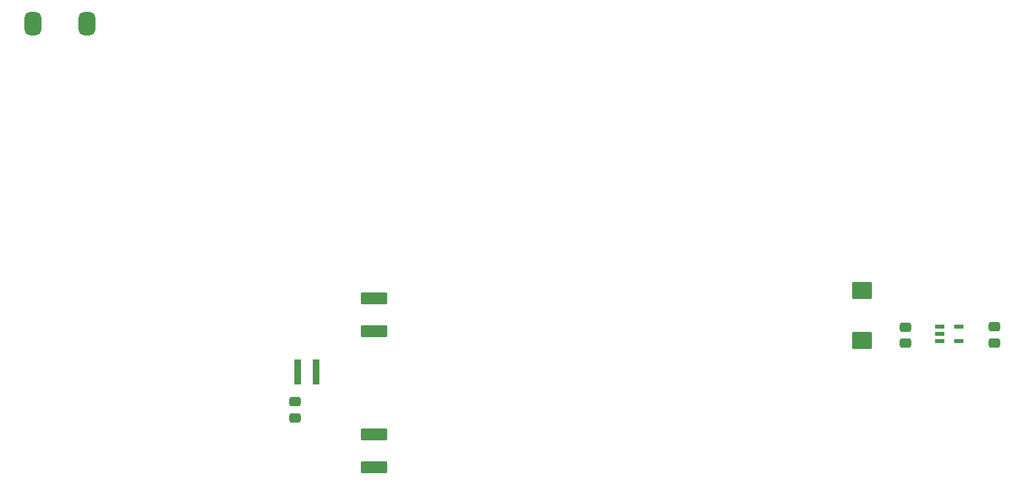
<source format=gbr>
%TF.GenerationSoftware,KiCad,Pcbnew,7.0.8*%
%TF.CreationDate,2023-12-07T15:37:41-07:00*%
%TF.ProjectId,GR-LRR-POWER-PCB,47522d4c-5252-42d5-904f-5745522d5043,rev?*%
%TF.SameCoordinates,Original*%
%TF.FileFunction,Paste,Bot*%
%TF.FilePolarity,Positive*%
%FSLAX46Y46*%
G04 Gerber Fmt 4.6, Leading zero omitted, Abs format (unit mm)*
G04 Created by KiCad (PCBNEW 7.0.8) date 2023-12-07 15:37:41*
%MOMM*%
%LPD*%
G01*
G04 APERTURE LIST*
G04 Aperture macros list*
%AMRoundRect*
0 Rectangle with rounded corners*
0 $1 Rounding radius*
0 $2 $3 $4 $5 $6 $7 $8 $9 X,Y pos of 4 corners*
0 Add a 4 corners polygon primitive as box body*
4,1,4,$2,$3,$4,$5,$6,$7,$8,$9,$2,$3,0*
0 Add four circle primitives for the rounded corners*
1,1,$1+$1,$2,$3*
1,1,$1+$1,$4,$5*
1,1,$1+$1,$6,$7*
1,1,$1+$1,$8,$9*
0 Add four rect primitives between the rounded corners*
20,1,$1+$1,$2,$3,$4,$5,0*
20,1,$1+$1,$4,$5,$6,$7,0*
20,1,$1+$1,$6,$7,$8,$9,0*
20,1,$1+$1,$8,$9,$2,$3,0*%
G04 Aperture macros list end*
%ADD10RoundRect,0.250000X-1.450000X0.537500X-1.450000X-0.537500X1.450000X-0.537500X1.450000X0.537500X0*%
%ADD11RoundRect,0.250000X-0.475000X0.337500X-0.475000X-0.337500X0.475000X-0.337500X0.475000X0.337500X0*%
%ADD12R,0.965200X3.302000*%
%ADD13RoundRect,0.250000X-1.025000X0.875000X-1.025000X-0.875000X1.025000X-0.875000X1.025000X0.875000X0*%
%ADD14R,1.200000X0.600000*%
%ADD15RoundRect,0.850200X0.239800X0.709800X-0.239800X0.709800X-0.239800X-0.709800X0.239800X-0.709800X0*%
G04 APERTURE END LIST*
D10*
%TO.C,CY2*%
X67706000Y-106272177D03*
X67706000Y-110547177D03*
%TD*%
D11*
%TO.C,C5*%
X57546000Y-102074223D03*
X57546000Y-104149223D03*
%TD*%
D10*
%TO.C,CY1*%
X67706000Y-88746177D03*
X67706000Y-93021177D03*
%TD*%
D12*
%TO.C,L2*%
X57850800Y-98285723D03*
X60289200Y-98285723D03*
%TD*%
D11*
%TO.C,C6*%
X136032000Y-92478500D03*
X136032000Y-94553500D03*
%TD*%
D13*
%TO.C,C9*%
X130444000Y-87776000D03*
X130444000Y-94176000D03*
%TD*%
D14*
%TO.C,IC1*%
X140390000Y-94278000D03*
X140390000Y-93328000D03*
X140390000Y-92378000D03*
X142890000Y-92378000D03*
X142890000Y-94278000D03*
%TD*%
D11*
%TO.C,C8*%
X147462000Y-92457000D03*
X147462000Y-94532000D03*
%TD*%
D15*
%TO.C,D1*%
X23835000Y-53384000D03*
X30805000Y-53384000D03*
%TD*%
M02*

</source>
